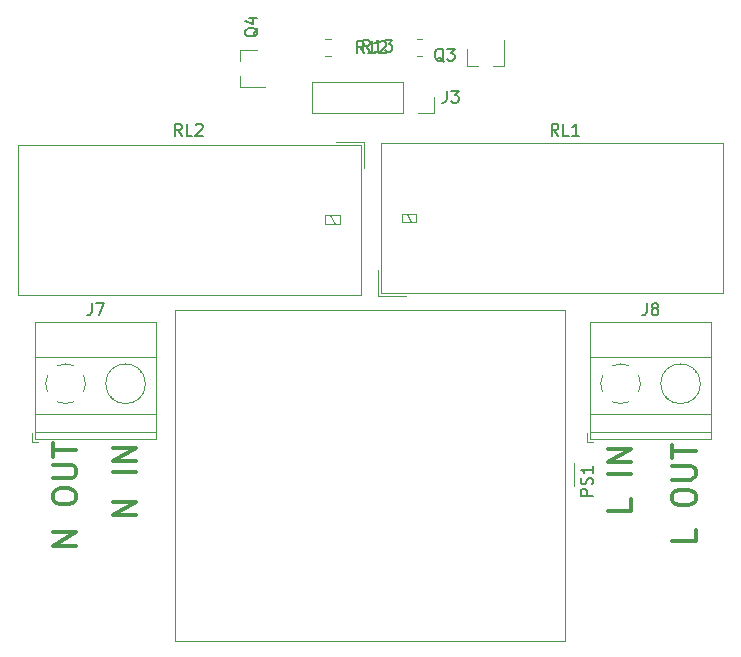
<source format=gbr>
%TF.GenerationSoftware,KiCad,Pcbnew,(5.1.7)-1*%
%TF.CreationDate,2021-02-24T18:30:15+01:00*%
%TF.ProjectId,Temperature-controller-with-ESP8266,54656d70-6572-4617-9475-72652d636f6e,rev?*%
%TF.SameCoordinates,Original*%
%TF.FileFunction,Legend,Top*%
%TF.FilePolarity,Positive*%
%FSLAX46Y46*%
G04 Gerber Fmt 4.6, Leading zero omitted, Abs format (unit mm)*
G04 Created by KiCad (PCBNEW (5.1.7)-1) date 2021-02-24 18:30:15*
%MOMM*%
%LPD*%
G01*
G04 APERTURE LIST*
%ADD10C,0.300000*%
%ADD11C,0.120000*%
%ADD12C,0.150000*%
G04 APERTURE END LIST*
D10*
X127777761Y-85851476D02*
X125777761Y-85851476D01*
X127777761Y-84708619D01*
X125777761Y-84708619D01*
X125777761Y-81851476D02*
X125777761Y-81470523D01*
X125873000Y-81280047D01*
X126063476Y-81089571D01*
X126444428Y-80994333D01*
X127111095Y-80994333D01*
X127492047Y-81089571D01*
X127682523Y-81280047D01*
X127777761Y-81470523D01*
X127777761Y-81851476D01*
X127682523Y-82041952D01*
X127492047Y-82232428D01*
X127111095Y-82327666D01*
X126444428Y-82327666D01*
X126063476Y-82232428D01*
X125873000Y-82041952D01*
X125777761Y-81851476D01*
X125777761Y-80137190D02*
X127396809Y-80137190D01*
X127587285Y-80041952D01*
X127682523Y-79946714D01*
X127777761Y-79756238D01*
X127777761Y-79375285D01*
X127682523Y-79184809D01*
X127587285Y-79089571D01*
X127396809Y-78994333D01*
X125777761Y-78994333D01*
X125777761Y-78327666D02*
X125777761Y-77184809D01*
X127777761Y-77756238D02*
X125777761Y-77756238D01*
X132857761Y-83248142D02*
X130857761Y-83248142D01*
X132857761Y-82105285D01*
X130857761Y-82105285D01*
X132857761Y-79629095D02*
X130857761Y-79629095D01*
X132857761Y-78676714D02*
X130857761Y-78676714D01*
X132857761Y-77533857D01*
X130857761Y-77533857D01*
X180228761Y-84534000D02*
X180228761Y-85486380D01*
X178228761Y-85486380D01*
X178228761Y-81962571D02*
X178228761Y-81581619D01*
X178324000Y-81391142D01*
X178514476Y-81200666D01*
X178895428Y-81105428D01*
X179562095Y-81105428D01*
X179943047Y-81200666D01*
X180133523Y-81391142D01*
X180228761Y-81581619D01*
X180228761Y-81962571D01*
X180133523Y-82153047D01*
X179943047Y-82343523D01*
X179562095Y-82438761D01*
X178895428Y-82438761D01*
X178514476Y-82343523D01*
X178324000Y-82153047D01*
X178228761Y-81962571D01*
X178228761Y-80248285D02*
X179847809Y-80248285D01*
X180038285Y-80153047D01*
X180133523Y-80057809D01*
X180228761Y-79867333D01*
X180228761Y-79486380D01*
X180133523Y-79295904D01*
X180038285Y-79200666D01*
X179847809Y-79105428D01*
X178228761Y-79105428D01*
X178228761Y-78438761D02*
X178228761Y-77295904D01*
X180228761Y-77867333D02*
X178228761Y-77867333D01*
X174767761Y-81930666D02*
X174767761Y-82883047D01*
X172767761Y-82883047D01*
X174767761Y-79740190D02*
X172767761Y-79740190D01*
X174767761Y-78787809D02*
X172767761Y-78787809D01*
X174767761Y-77644952D01*
X172767761Y-77644952D01*
D11*
%TO.C,RL2*%
X122879000Y-64583000D02*
X151879000Y-64583000D01*
X151879000Y-64583000D02*
X151879000Y-51883000D01*
X151879000Y-51883000D02*
X122879000Y-51883000D01*
X122879000Y-51883000D02*
X122879000Y-64583000D01*
X149279000Y-57883000D02*
X149679000Y-58583000D01*
X148879000Y-58583000D02*
X150079000Y-58583000D01*
X150079000Y-58583000D02*
X150079000Y-57883000D01*
X150079000Y-57883000D02*
X148879000Y-57883000D01*
X148879000Y-57883000D02*
X148879000Y-58583000D01*
X149779000Y-51643000D02*
X152119000Y-51643000D01*
X152119000Y-51643000D02*
X152119000Y-53833000D01*
%TO.C,R13*%
X157072064Y-42953000D02*
X156617936Y-42953000D01*
X157072064Y-44423000D02*
X156617936Y-44423000D01*
%TO.C,RL1*%
X153316000Y-64689000D02*
X153316000Y-62499000D01*
X155656000Y-64689000D02*
X153316000Y-64689000D01*
X156556000Y-58449000D02*
X156556000Y-57749000D01*
X155356000Y-58449000D02*
X156556000Y-58449000D01*
X155356000Y-57749000D02*
X155356000Y-58449000D01*
X156556000Y-57749000D02*
X155356000Y-57749000D01*
X156156000Y-58449000D02*
X155756000Y-57749000D01*
X182556000Y-64449000D02*
X182556000Y-51749000D01*
X153556000Y-64449000D02*
X182556000Y-64449000D01*
X153556000Y-51749000D02*
X153556000Y-64449000D01*
X182556000Y-51749000D02*
X153556000Y-51749000D01*
%TO.C,Q3*%
X160853000Y-45210000D02*
X160853000Y-43750000D01*
X164013000Y-45210000D02*
X164013000Y-43050000D01*
X164013000Y-45210000D02*
X163083000Y-45210000D01*
X160853000Y-45210000D02*
X161783000Y-45210000D01*
%TO.C,J3*%
X155448000Y-46549000D02*
X155448000Y-49209000D01*
X155448000Y-46549000D02*
X147768000Y-46549000D01*
X147768000Y-46549000D02*
X147768000Y-49209000D01*
X155448000Y-49209000D02*
X147768000Y-49209000D01*
X158048000Y-49209000D02*
X156718000Y-49209000D01*
X158048000Y-47879000D02*
X158048000Y-49209000D01*
%TO.C,Q4*%
X141607000Y-43886000D02*
X141607000Y-44816000D01*
X141607000Y-47046000D02*
X141607000Y-46116000D01*
X141607000Y-47046000D02*
X143767000Y-47046000D01*
X141607000Y-43886000D02*
X143067000Y-43886000D01*
%TO.C,R12*%
X148870936Y-42953000D02*
X149325064Y-42953000D01*
X148870936Y-44423000D02*
X149325064Y-44423000D01*
%TO.C,J7*%
X124033000Y-77036000D02*
X124533000Y-77036000D01*
X124033000Y-76296000D02*
X124033000Y-77036000D01*
X130726000Y-73159000D02*
X130679000Y-73205000D01*
X133023000Y-70861000D02*
X132988000Y-70897000D01*
X130919000Y-73375000D02*
X130884000Y-73410000D01*
X133228000Y-71067000D02*
X133181000Y-71113000D01*
X134553000Y-66875000D02*
X134553000Y-76796000D01*
X124273000Y-66875000D02*
X124273000Y-76796000D01*
X124273000Y-76796000D02*
X134553000Y-76796000D01*
X124273000Y-66875000D02*
X134553000Y-66875000D01*
X124273000Y-69835000D02*
X134553000Y-69835000D01*
X124273000Y-74736000D02*
X134553000Y-74736000D01*
X124273000Y-76236000D02*
X134553000Y-76236000D01*
X133633000Y-72136000D02*
G75*
G03*
X133633000Y-72136000I-1680000J0D01*
G01*
X126901805Y-73816253D02*
G75*
G02*
X126189000Y-73671000I-28805J1680253D01*
G01*
X125337574Y-72819042D02*
G75*
G02*
X125338000Y-71452000I1535426J683042D01*
G01*
X126189958Y-70600574D02*
G75*
G02*
X127557000Y-70601000I683042J-1535426D01*
G01*
X128408426Y-71452958D02*
G75*
G02*
X128408000Y-72820000I-1535426J-683042D01*
G01*
X127556318Y-73670756D02*
G75*
G02*
X126873000Y-73816000I-683318J1534756D01*
G01*
%TO.C,J8*%
X180623000Y-72136000D02*
G75*
G03*
X180623000Y-72136000I-1680000J0D01*
G01*
X171263000Y-76236000D02*
X181543000Y-76236000D01*
X171263000Y-74736000D02*
X181543000Y-74736000D01*
X171263000Y-69835000D02*
X181543000Y-69835000D01*
X171263000Y-66875000D02*
X181543000Y-66875000D01*
X171263000Y-76796000D02*
X181543000Y-76796000D01*
X171263000Y-66875000D02*
X171263000Y-76796000D01*
X181543000Y-66875000D02*
X181543000Y-76796000D01*
X180218000Y-71067000D02*
X180171000Y-71113000D01*
X177909000Y-73375000D02*
X177874000Y-73410000D01*
X180013000Y-70861000D02*
X179978000Y-70897000D01*
X177716000Y-73159000D02*
X177669000Y-73205000D01*
X171023000Y-76296000D02*
X171023000Y-77036000D01*
X171023000Y-77036000D02*
X171523000Y-77036000D01*
X174546318Y-73670756D02*
G75*
G02*
X173863000Y-73816000I-683318J1534756D01*
G01*
X175398426Y-71452958D02*
G75*
G02*
X175398000Y-72820000I-1535426J-683042D01*
G01*
X173179958Y-70600574D02*
G75*
G02*
X174547000Y-70601000I683042J-1535426D01*
G01*
X172327574Y-72819042D02*
G75*
G02*
X172328000Y-71452000I1535426J683042D01*
G01*
X173891805Y-73816253D02*
G75*
G02*
X173179000Y-73671000I-28805J1680253D01*
G01*
%TO.C,PS1*%
X169176400Y-93878400D02*
X169176400Y-65887600D01*
X169176400Y-65887600D02*
X136144800Y-65886000D01*
X136144800Y-65886000D02*
X136144000Y-93878400D01*
X136144800Y-93883800D02*
X169176400Y-93878400D01*
X169896600Y-80832200D02*
X169896600Y-78822200D01*
%TD*%
%TO.C,RL2*%
D12*
X136715571Y-51125380D02*
X136382238Y-50649190D01*
X136144142Y-51125380D02*
X136144142Y-50125380D01*
X136525095Y-50125380D01*
X136620333Y-50173000D01*
X136667952Y-50220619D01*
X136715571Y-50315857D01*
X136715571Y-50458714D01*
X136667952Y-50553952D01*
X136620333Y-50601571D01*
X136525095Y-50649190D01*
X136144142Y-50649190D01*
X137620333Y-51125380D02*
X137144142Y-51125380D01*
X137144142Y-50125380D01*
X137906047Y-50220619D02*
X137953666Y-50173000D01*
X138048904Y-50125380D01*
X138287000Y-50125380D01*
X138382238Y-50173000D01*
X138429857Y-50220619D01*
X138477476Y-50315857D01*
X138477476Y-50411095D01*
X138429857Y-50553952D01*
X137858428Y-51125380D01*
X138477476Y-51125380D01*
%TO.C,R13*%
X152646142Y-44013380D02*
X152312809Y-43537190D01*
X152074714Y-44013380D02*
X152074714Y-43013380D01*
X152455666Y-43013380D01*
X152550904Y-43061000D01*
X152598523Y-43108619D01*
X152646142Y-43203857D01*
X152646142Y-43346714D01*
X152598523Y-43441952D01*
X152550904Y-43489571D01*
X152455666Y-43537190D01*
X152074714Y-43537190D01*
X153598523Y-44013380D02*
X153027095Y-44013380D01*
X153312809Y-44013380D02*
X153312809Y-43013380D01*
X153217571Y-43156238D01*
X153122333Y-43251476D01*
X153027095Y-43299095D01*
X153931857Y-43013380D02*
X154550904Y-43013380D01*
X154217571Y-43394333D01*
X154360428Y-43394333D01*
X154455666Y-43441952D01*
X154503285Y-43489571D01*
X154550904Y-43584809D01*
X154550904Y-43822904D01*
X154503285Y-43918142D01*
X154455666Y-43965761D01*
X154360428Y-44013380D01*
X154074714Y-44013380D01*
X153979476Y-43965761D01*
X153931857Y-43918142D01*
%TO.C,RL1*%
X168592571Y-51125380D02*
X168259238Y-50649190D01*
X168021142Y-51125380D02*
X168021142Y-50125380D01*
X168402095Y-50125380D01*
X168497333Y-50173000D01*
X168544952Y-50220619D01*
X168592571Y-50315857D01*
X168592571Y-50458714D01*
X168544952Y-50553952D01*
X168497333Y-50601571D01*
X168402095Y-50649190D01*
X168021142Y-50649190D01*
X169497333Y-51125380D02*
X169021142Y-51125380D01*
X169021142Y-50125380D01*
X170354476Y-51125380D02*
X169783047Y-51125380D01*
X170068761Y-51125380D02*
X170068761Y-50125380D01*
X169973523Y-50268238D01*
X169878285Y-50363476D01*
X169783047Y-50411095D01*
%TO.C,Q3*%
X158908761Y-44870619D02*
X158813523Y-44823000D01*
X158718285Y-44727761D01*
X158575428Y-44584904D01*
X158480190Y-44537285D01*
X158384952Y-44537285D01*
X158432571Y-44775380D02*
X158337333Y-44727761D01*
X158242095Y-44632523D01*
X158194476Y-44442047D01*
X158194476Y-44108714D01*
X158242095Y-43918238D01*
X158337333Y-43823000D01*
X158432571Y-43775380D01*
X158623047Y-43775380D01*
X158718285Y-43823000D01*
X158813523Y-43918238D01*
X158861142Y-44108714D01*
X158861142Y-44442047D01*
X158813523Y-44632523D01*
X158718285Y-44727761D01*
X158623047Y-44775380D01*
X158432571Y-44775380D01*
X159194476Y-43775380D02*
X159813523Y-43775380D01*
X159480190Y-44156333D01*
X159623047Y-44156333D01*
X159718285Y-44203952D01*
X159765904Y-44251571D01*
X159813523Y-44346809D01*
X159813523Y-44584904D01*
X159765904Y-44680142D01*
X159718285Y-44727761D01*
X159623047Y-44775380D01*
X159337333Y-44775380D01*
X159242095Y-44727761D01*
X159194476Y-44680142D01*
%TO.C,J3*%
X159154666Y-47331380D02*
X159154666Y-48045666D01*
X159107047Y-48188523D01*
X159011809Y-48283761D01*
X158868952Y-48331380D01*
X158773714Y-48331380D01*
X159535619Y-47331380D02*
X160154666Y-47331380D01*
X159821333Y-47712333D01*
X159964190Y-47712333D01*
X160059428Y-47759952D01*
X160107047Y-47807571D01*
X160154666Y-47902809D01*
X160154666Y-48140904D01*
X160107047Y-48236142D01*
X160059428Y-48283761D01*
X159964190Y-48331380D01*
X159678476Y-48331380D01*
X159583238Y-48283761D01*
X159535619Y-48236142D01*
%TO.C,Q4*%
X143168619Y-42005238D02*
X143121000Y-42100476D01*
X143025761Y-42195714D01*
X142882904Y-42338571D01*
X142835285Y-42433809D01*
X142835285Y-42529047D01*
X143073380Y-42481428D02*
X143025761Y-42576666D01*
X142930523Y-42671904D01*
X142740047Y-42719523D01*
X142406714Y-42719523D01*
X142216238Y-42671904D01*
X142121000Y-42576666D01*
X142073380Y-42481428D01*
X142073380Y-42290952D01*
X142121000Y-42195714D01*
X142216238Y-42100476D01*
X142406714Y-42052857D01*
X142740047Y-42052857D01*
X142930523Y-42100476D01*
X143025761Y-42195714D01*
X143073380Y-42290952D01*
X143073380Y-42481428D01*
X142406714Y-41195714D02*
X143073380Y-41195714D01*
X142025761Y-41433809D02*
X142740047Y-41671904D01*
X142740047Y-41052857D01*
%TO.C,R12*%
X152138142Y-44140380D02*
X151804809Y-43664190D01*
X151566714Y-44140380D02*
X151566714Y-43140380D01*
X151947666Y-43140380D01*
X152042904Y-43188000D01*
X152090523Y-43235619D01*
X152138142Y-43330857D01*
X152138142Y-43473714D01*
X152090523Y-43568952D01*
X152042904Y-43616571D01*
X151947666Y-43664190D01*
X151566714Y-43664190D01*
X153090523Y-44140380D02*
X152519095Y-44140380D01*
X152804809Y-44140380D02*
X152804809Y-43140380D01*
X152709571Y-43283238D01*
X152614333Y-43378476D01*
X152519095Y-43426095D01*
X153471476Y-43235619D02*
X153519095Y-43188000D01*
X153614333Y-43140380D01*
X153852428Y-43140380D01*
X153947666Y-43188000D01*
X153995285Y-43235619D01*
X154042904Y-43330857D01*
X154042904Y-43426095D01*
X153995285Y-43568952D01*
X153423857Y-44140380D01*
X154042904Y-44140380D01*
%TO.C,J7*%
X129079666Y-65328380D02*
X129079666Y-66042666D01*
X129032047Y-66185523D01*
X128936809Y-66280761D01*
X128793952Y-66328380D01*
X128698714Y-66328380D01*
X129460619Y-65328380D02*
X130127285Y-65328380D01*
X129698714Y-66328380D01*
%TO.C,J8*%
X176069666Y-65328380D02*
X176069666Y-66042666D01*
X176022047Y-66185523D01*
X175926809Y-66280761D01*
X175783952Y-66328380D01*
X175688714Y-66328380D01*
X176688714Y-65756952D02*
X176593476Y-65709333D01*
X176545857Y-65661714D01*
X176498238Y-65566476D01*
X176498238Y-65518857D01*
X176545857Y-65423619D01*
X176593476Y-65376000D01*
X176688714Y-65328380D01*
X176879190Y-65328380D01*
X176974428Y-65376000D01*
X177022047Y-65423619D01*
X177069666Y-65518857D01*
X177069666Y-65566476D01*
X177022047Y-65661714D01*
X176974428Y-65709333D01*
X176879190Y-65756952D01*
X176688714Y-65756952D01*
X176593476Y-65804571D01*
X176545857Y-65852190D01*
X176498238Y-65947428D01*
X176498238Y-66137904D01*
X176545857Y-66233142D01*
X176593476Y-66280761D01*
X176688714Y-66328380D01*
X176879190Y-66328380D01*
X176974428Y-66280761D01*
X177022047Y-66233142D01*
X177069666Y-66137904D01*
X177069666Y-65947428D01*
X177022047Y-65852190D01*
X176974428Y-65804571D01*
X176879190Y-65756952D01*
%TO.C,PS1*%
X171498980Y-81596485D02*
X170498980Y-81596485D01*
X170498980Y-81215533D01*
X170546600Y-81120295D01*
X170594219Y-81072676D01*
X170689457Y-81025057D01*
X170832314Y-81025057D01*
X170927552Y-81072676D01*
X170975171Y-81120295D01*
X171022790Y-81215533D01*
X171022790Y-81596485D01*
X171451361Y-80644104D02*
X171498980Y-80501247D01*
X171498980Y-80263152D01*
X171451361Y-80167914D01*
X171403742Y-80120295D01*
X171308504Y-80072676D01*
X171213266Y-80072676D01*
X171118028Y-80120295D01*
X171070409Y-80167914D01*
X171022790Y-80263152D01*
X170975171Y-80453628D01*
X170927552Y-80548866D01*
X170879933Y-80596485D01*
X170784695Y-80644104D01*
X170689457Y-80644104D01*
X170594219Y-80596485D01*
X170546600Y-80548866D01*
X170498980Y-80453628D01*
X170498980Y-80215533D01*
X170546600Y-80072676D01*
X171498980Y-79120295D02*
X171498980Y-79691723D01*
X171498980Y-79406009D02*
X170498980Y-79406009D01*
X170641838Y-79501247D01*
X170737076Y-79596485D01*
X170784695Y-79691723D01*
%TD*%
M02*

</source>
